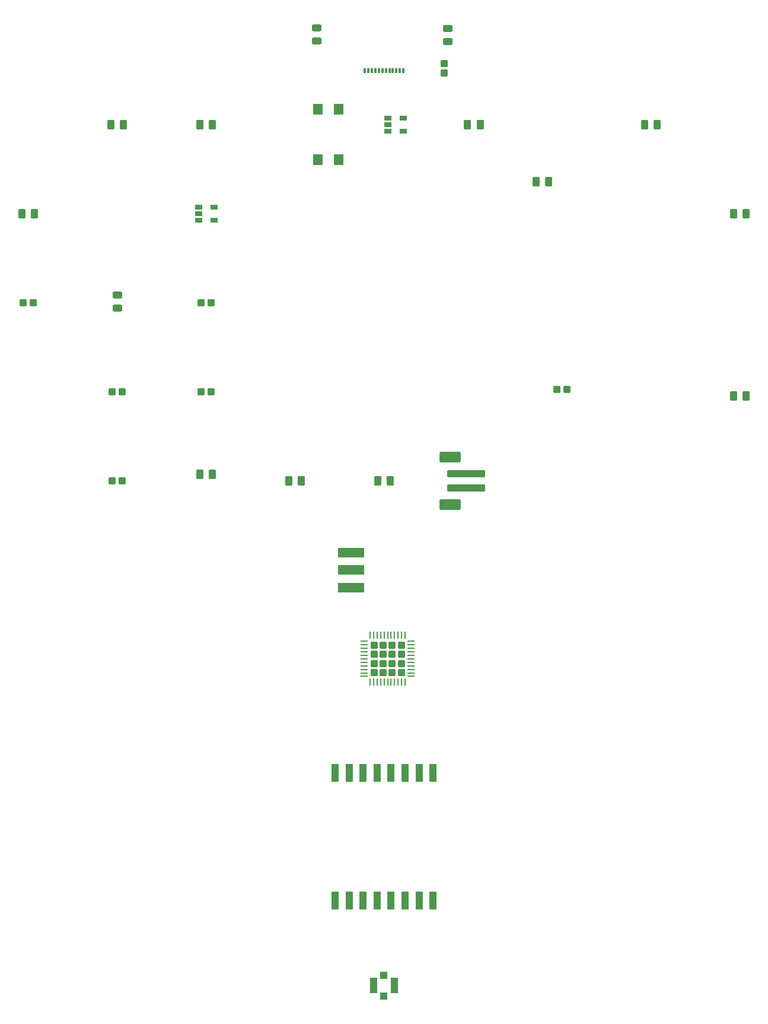
<source format=gbr>
%TF.GenerationSoftware,KiCad,Pcbnew,6.0.11-2627ca5db0~126~ubuntu20.04.1*%
%TF.CreationDate,2023-02-12T02:05:53+01:00*%
%TF.ProjectId,HeadTracker_LoRa,48656164-5472-4616-936b-65725f4c6f52,rev?*%
%TF.SameCoordinates,Original*%
%TF.FileFunction,Paste,Top*%
%TF.FilePolarity,Positive*%
%FSLAX46Y46*%
G04 Gerber Fmt 4.6, Leading zero omitted, Abs format (unit mm)*
G04 Created by KiCad (PCBNEW 6.0.11-2627ca5db0~126~ubuntu20.04.1) date 2023-02-12 02:05:53*
%MOMM*%
%LPD*%
G01*
G04 APERTURE LIST*
G04 Aperture macros list*
%AMRoundRect*
0 Rectangle with rounded corners*
0 $1 Rounding radius*
0 $2 $3 $4 $5 $6 $7 $8 $9 X,Y pos of 4 corners*
0 Add a 4 corners polygon primitive as box body*
4,1,4,$2,$3,$4,$5,$6,$7,$8,$9,$2,$3,0*
0 Add four circle primitives for the rounded corners*
1,1,$1+$1,$2,$3*
1,1,$1+$1,$4,$5*
1,1,$1+$1,$6,$7*
1,1,$1+$1,$8,$9*
0 Add four rect primitives between the rounded corners*
20,1,$1+$1,$2,$3,$4,$5,0*
20,1,$1+$1,$4,$5,$6,$7,0*
20,1,$1+$1,$6,$7,$8,$9,0*
20,1,$1+$1,$8,$9,$2,$3,0*%
G04 Aperture macros list end*
%ADD10R,3.800000X1.400000*%
%ADD11R,1.050000X2.200000*%
%ADD12R,1.000000X1.000000*%
%ADD13RoundRect,0.250000X2.500000X-0.250000X2.500000X0.250000X-2.500000X0.250000X-2.500000X-0.250000X0*%
%ADD14RoundRect,0.250000X1.250000X-0.550000X1.250000X0.550000X-1.250000X0.550000X-1.250000X-0.550000X0*%
%ADD15R,1.000000X2.500000*%
%ADD16R,1.060000X0.650000*%
%ADD17RoundRect,0.062500X0.475000X0.062500X-0.475000X0.062500X-0.475000X-0.062500X0.475000X-0.062500X0*%
%ADD18RoundRect,0.062500X0.062500X0.475000X-0.062500X0.475000X-0.062500X-0.475000X0.062500X-0.475000X0*%
%ADD19RoundRect,0.250000X0.275000X0.275000X-0.275000X0.275000X-0.275000X-0.275000X0.275000X-0.275000X0*%
%ADD20R,1.400000X1.600000*%
%ADD21RoundRect,0.250000X-0.262500X-0.450000X0.262500X-0.450000X0.262500X0.450000X-0.262500X0.450000X0*%
%ADD22RoundRect,0.243750X0.456250X-0.243750X0.456250X0.243750X-0.456250X0.243750X-0.456250X-0.243750X0*%
%ADD23R,0.300000X0.700000*%
%ADD24RoundRect,0.250000X-0.287500X-0.275000X0.287500X-0.275000X0.287500X0.275000X-0.287500X0.275000X0*%
%ADD25RoundRect,0.250000X0.275000X-0.287500X0.275000X0.287500X-0.275000X0.287500X-0.275000X-0.287500X0*%
G04 APERTURE END LIST*
D10*
%TO.C,Y1*%
X147722781Y-116847864D03*
X147722781Y-114347864D03*
X147722781Y-111847864D03*
%TD*%
D11*
%TO.C,X2*%
X150875000Y-173600000D03*
X153825000Y-173600000D03*
D12*
X152350000Y-172100000D03*
X152350000Y-175100000D03*
%TD*%
D13*
%TO.C,X1*%
X164100000Y-102600000D03*
X164100000Y-100600000D03*
D14*
X161850000Y-105000000D03*
X161850000Y-98200000D03*
%TD*%
D15*
%TO.C,U4*%
X159400000Y-161500000D03*
X157400000Y-161500000D03*
X155400000Y-161500000D03*
X153400000Y-161500000D03*
X151400000Y-161500000D03*
X149400000Y-161500000D03*
X147400000Y-161500000D03*
X145400000Y-161500000D03*
X145400000Y-143300000D03*
X147400000Y-143300000D03*
X149400000Y-143300000D03*
X151400000Y-143300000D03*
X153400000Y-143300000D03*
X155400000Y-143300000D03*
X157400000Y-143300000D03*
X159400000Y-143300000D03*
%TD*%
D16*
%TO.C,U3*%
X125900000Y-62550000D03*
X125900000Y-63500000D03*
X125900000Y-64450000D03*
X128100000Y-64450000D03*
X128100000Y-62550000D03*
%TD*%
%TO.C,U2*%
X152965000Y-49850000D03*
X152965000Y-50800000D03*
X152965000Y-51750000D03*
X155165000Y-51750000D03*
X155165000Y-49850000D03*
%TD*%
D17*
%TO.C,U1*%
X156237500Y-129500000D03*
X156237500Y-129000000D03*
X156237500Y-128500000D03*
X156237500Y-128000000D03*
X156237500Y-127500000D03*
X156237500Y-127000000D03*
X156237500Y-126500000D03*
X156237500Y-126000000D03*
X156237500Y-125500000D03*
X156237500Y-125000000D03*
X156237500Y-124500000D03*
D18*
X155400000Y-123662500D03*
X154900000Y-123662500D03*
X154400000Y-123662500D03*
X153900000Y-123662500D03*
X153400000Y-123662500D03*
X152900000Y-123662500D03*
X152400000Y-123662500D03*
X151900000Y-123662500D03*
X151400000Y-123662500D03*
X150900000Y-123662500D03*
X150400000Y-123662500D03*
D17*
X149562500Y-124500000D03*
X149562500Y-125000000D03*
X149562500Y-125500000D03*
X149562500Y-126000000D03*
X149562500Y-126500000D03*
X149562500Y-127000000D03*
X149562500Y-127500000D03*
X149562500Y-128000000D03*
X149562500Y-128500000D03*
X149562500Y-129000000D03*
X149562500Y-129500000D03*
D18*
X150400000Y-130337500D03*
X150900000Y-130337500D03*
X151400000Y-130337500D03*
X151900000Y-130337500D03*
X152400000Y-130337500D03*
X152900000Y-130337500D03*
X153400000Y-130337500D03*
X153900000Y-130337500D03*
X154400000Y-130337500D03*
X154900000Y-130337500D03*
X155400000Y-130337500D03*
D19*
X154850000Y-128950000D03*
X154850000Y-127650000D03*
X154850000Y-126350000D03*
X154850000Y-125050000D03*
X153550000Y-128950000D03*
X153550000Y-127650000D03*
X153550000Y-126350000D03*
X153550000Y-125050000D03*
X152250000Y-128950000D03*
X152250000Y-127650000D03*
X152250000Y-126350000D03*
X152250000Y-125050000D03*
X150950000Y-128950000D03*
X150950000Y-127650000D03*
X150950000Y-126350000D03*
X150950000Y-125050000D03*
%TD*%
D20*
%TO.C,SW1*%
X142920000Y-48570000D03*
X142920000Y-55770000D03*
X145920000Y-48570000D03*
X145920000Y-55770000D03*
%TD*%
D21*
%TO.C,R10*%
X202287500Y-89525000D03*
X204112500Y-89525000D03*
%TD*%
%TO.C,R9*%
X189587500Y-50800000D03*
X191412500Y-50800000D03*
%TD*%
%TO.C,R8*%
X164308372Y-50800000D03*
X166133372Y-50800000D03*
%TD*%
%TO.C,R7*%
X151487500Y-101600000D03*
X153312500Y-101600000D03*
%TD*%
%TO.C,R6*%
X100687500Y-63500000D03*
X102512500Y-63500000D03*
%TD*%
%TO.C,R5*%
X126087500Y-100650000D03*
X127912500Y-100650000D03*
%TD*%
%TO.C,R4*%
X138787500Y-101600000D03*
X140612500Y-101600000D03*
%TD*%
%TO.C,R3*%
X113387500Y-50800000D03*
X115212500Y-50800000D03*
%TD*%
%TO.C,R2*%
X126087500Y-50800000D03*
X127912500Y-50800000D03*
%TD*%
%TO.C,R1*%
X174062500Y-58900000D03*
X175887500Y-58900000D03*
%TD*%
%TO.C,R0*%
X202287500Y-63500000D03*
X204112500Y-63500000D03*
%TD*%
D22*
%TO.C,L1*%
X161470000Y-38990000D03*
X161470000Y-37115000D03*
%TD*%
D23*
%TO.C,J1*%
X155150000Y-43120000D03*
X154650000Y-43120000D03*
X154150000Y-43120000D03*
X153650000Y-43120000D03*
X153150000Y-43120000D03*
X152650000Y-43120000D03*
X152150000Y-43120000D03*
X149650000Y-43120000D03*
X150650000Y-43120000D03*
X151150000Y-43120000D03*
X151650000Y-43120000D03*
X150150000Y-43120000D03*
%TD*%
D22*
%TO.C,D4*%
X114300000Y-76987500D03*
X114300000Y-75112500D03*
%TD*%
%TO.C,CHG1*%
X142810000Y-38887500D03*
X142810000Y-37012500D03*
%TD*%
D24*
%TO.C,C14*%
X100887500Y-76200000D03*
X102312500Y-76200000D03*
%TD*%
%TO.C,C9*%
X126287500Y-76200000D03*
X127712500Y-76200000D03*
%TD*%
%TO.C,C8*%
X113587500Y-88900000D03*
X115012500Y-88900000D03*
%TD*%
D25*
%TO.C,C7*%
X161002303Y-43475528D03*
X161002303Y-42050528D03*
%TD*%
D24*
%TO.C,C6*%
X126287500Y-88900000D03*
X127712500Y-88900000D03*
%TD*%
%TO.C,C3*%
X177087500Y-88560000D03*
X178512500Y-88560000D03*
%TD*%
%TO.C,C1*%
X113587500Y-101600000D03*
X115012500Y-101600000D03*
%TD*%
M02*

</source>
